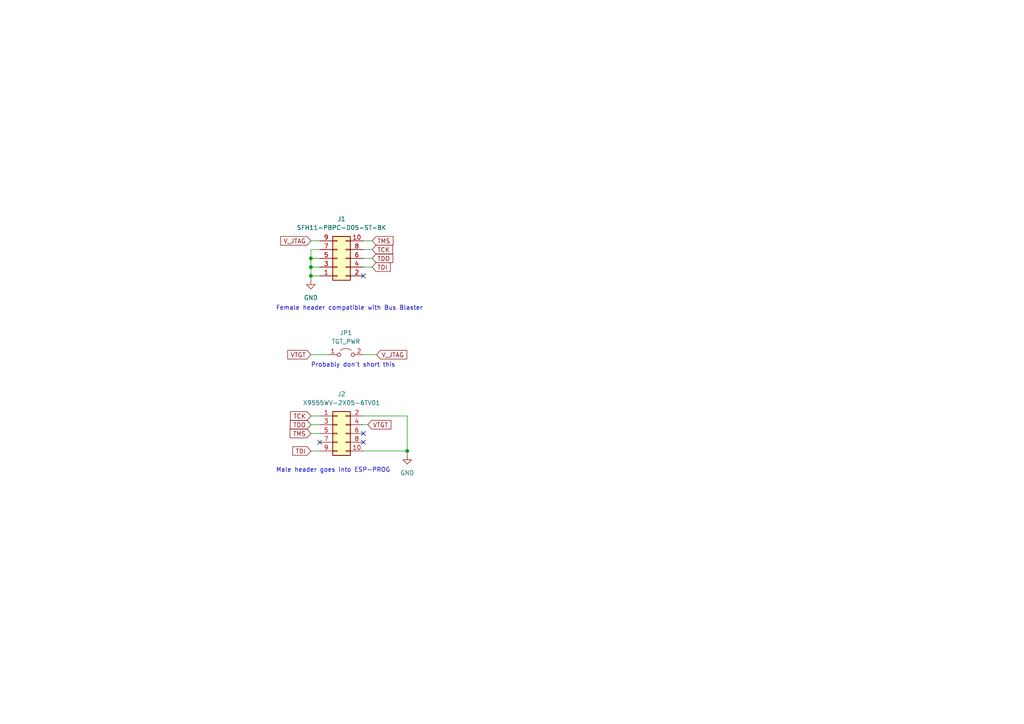
<source format=kicad_sch>
(kicad_sch (version 20230121) (generator eeschema)
  (paper "A4")
  (lib_symbols
    (symbol "Connector_Generic:Conn_02x05_Odd_Even" (pin_names (offset 1.016) hide)
      (property "Reference" "J" (at 1.27 7.62 0))
      (property "Value" "Conn_02x05_Odd_Even" (at 1.27 -7.62 0))
      (symbol "Conn_02x05_Odd_Even_1_1"
        (rectangle (start -1.27 -4.953) (end 0 -5.207) (stroke (width 0.1524)))
        (rectangle (start -1.27 -2.413) (end 0 -2.667) (stroke (width 0.1524)))
        (rectangle (start -1.27 0.127) (end 0 -0.127) (stroke (width 0.1524)))
        (rectangle (start -1.27 2.667) (end 0 2.413) (stroke (width 0.1524)))
        (rectangle (start -1.27 5.207) (end 0 4.953) (stroke (width 0.1524)))
        (rectangle (start -1.27 6.35) (end 3.81 -6.35) (stroke (width 0.254)) (fill (type background)))
        (rectangle (start 3.81 -4.953) (end 2.54 -5.207) (stroke (width 0.1524)))
        (rectangle (start 3.81 -2.413) (end 2.54 -2.667) (stroke (width 0.1524)))
        (rectangle (start 3.81 0.127) (end 2.54 -0.127) (stroke (width 0.1524)))
        (rectangle (start 3.81 2.667) (end 2.54 2.413) (stroke (width 0.1524)))
        (rectangle (start 3.81 5.207) (end 2.54 4.953) (stroke (width 0.1524)))
        (pin passive line (at -5.08 5.08 0) (length 3.81) (name "Pin_1") (number "1"))
        (pin passive line (at 7.62 -5.08 180) (length 3.81) (name "Pin_10") (number "10"))
        (pin passive line (at 7.62 5.08 180) (length 3.81) (name "Pin_2") (number "2"))
        (pin passive line (at -5.08 2.54 0) (length 3.81) (name "Pin_3") (number "3"))
        (pin passive line (at 7.62 2.54 180) (length 3.81) (name "Pin_4") (number "4"))
        (pin passive line (at -5.08 0 0) (length 3.81) (name "Pin_5") (number "5"))
        (pin passive line (at 7.62 0 180) (length 3.81) (name "Pin_6") (number "6"))
        (pin passive line (at -5.08 -2.54 0) (length 3.81) (name "Pin_7") (number "7"))
        (pin passive line (at 7.62 -2.54 180) (length 3.81) (name "Pin_8") (number "8"))
        (pin passive line (at -5.08 -5.08 0) (length 3.81) (name "Pin_9") (number "9"))
      )
    )
    (symbol "Jumper:Jumper_2_Open" (pin_names (offset 0) hide)
      (property "Reference" "JP" (at 0 2.794 0))
      (property "Value" "Jumper_2_Open" (at 0 -2.286 0))
      (symbol "Jumper_2_Open_0_0"
        (circle (center -2.032 0) (radius 0.508))
        (circle (center 2.032 0) (radius 0.508))
      )
      (symbol "Jumper_2_Open_0_1"
        (arc (start 1.524 1.27) (mid 0 1.778) (end -1.524 1.27))
      )
      (symbol "Jumper_2_Open_1_1"
        (pin passive line (at -5.08 0 0) (length 2.54) (name "A") (number "1"))
        (pin passive line (at 5.08 0 180) (length 2.54) (name "B") (number "2"))
      )
    )
    (symbol "power:GND" (power) (pin_names (offset 0))
      (property "Value" "GND" (at 0 -3.81 0))
      (symbol "GND_0_1"
        (polyline (pts (xy 0 0) (xy 0 -1.27) (xy 1.27 -1.27) (xy 0 -2.54) (xy -1.27 -1.27) (xy 0 -1.27)))
      )
      (symbol "GND_1_1"
        (pin power_in line (at 0 0 270) (length 0) hide (name "GND") (number "1"))
      )
    )
  )
  (junction (at 118.11 130.81))
  (junction (at 90.17 77.47))
  (junction (at 90.17 80.01))
  (junction (at 90.17 74.93))
  (no_connect (at 105.41 128.27))
  (no_connect (at 92.71 128.27))
  (no_connect (at 105.41 80.01))
  (no_connect (at 105.41 125.73))
  (wire (pts (xy 90.17 80.01) (xy 90.17 81.28)))
  (wire (pts (xy 90.17 74.93) (xy 90.17 77.47)))
  (wire (pts (xy 118.11 132.08) (xy 118.11 130.81)))
  (wire (pts (xy 90.17 80.01) (xy 92.71 80.01)))
  (wire (pts (xy 90.17 72.39) (xy 90.17 74.93)))
  (wire (pts (xy 90.17 123.19) (xy 92.71 123.19)))
  (wire (pts (xy 105.41 123.19) (xy 106.68 123.19)))
  (wire (pts (xy 105.41 72.39) (xy 107.95 72.39)))
  (wire (pts (xy 118.11 120.65) (xy 118.11 130.81)))
  (wire (pts (xy 90.17 130.81) (xy 92.71 130.81)))
  (wire (pts (xy 105.41 74.93) (xy 107.95 74.93)))
  (wire (pts (xy 105.41 69.85) (xy 107.95 69.85)))
  (wire (pts (xy 90.17 120.65) (xy 92.71 120.65)))
  (wire (pts (xy 90.17 102.87) (xy 95.25 102.87)))
  (wire (pts (xy 90.17 69.85) (xy 92.71 69.85)))
  (wire (pts (xy 90.17 77.47) (xy 90.17 80.01)))
  (wire (pts (xy 105.41 130.81) (xy 118.11 130.81)))
  (wire (pts (xy 105.41 77.47) (xy 107.95 77.47)))
  (wire (pts (xy 90.17 125.73) (xy 92.71 125.73)))
  (wire (pts (xy 92.71 72.39) (xy 90.17 72.39)))
  (wire (pts (xy 105.41 120.65) (xy 118.11 120.65)))
  (wire (pts (xy 90.17 74.93) (xy 92.71 74.93)))
  (wire (pts (xy 109.22 102.87) (xy 105.41 102.87)))
  (wire (pts (xy 90.17 77.47) (xy 92.71 77.47)))
  (text "Male header goes into ESP-PROG" (at 80.01 137.16 0) (effects (font (size 1.27 1.27)) (justify left bottom)))
  (text "Probably don't short this" (at 90.17 106.68 0) (effects (font (size 1.27 1.27)) (justify left bottom)))
  (text "Female header compatible with Bus Blaster" (at 80.01 90.17 0) (effects (font (size 1.27 1.27)) (justify left bottom)))
  (global_label "TDO" (shape input) (at 107.95 74.93 0) (property "Intersheetrefs" "${INTERSHEET_REFS}" (effects hide)))
  (global_label "TMS" (shape input) (at 90.17 125.73 180) (property "Intersheetrefs" "${INTERSHEET_REFS}" (effects hide)))
  (global_label "TCK" (shape input) (at 107.95 72.39 0) (property "Intersheetrefs" "${INTERSHEET_REFS}" (effects hide)))
  (global_label "V_JTAG" (shape input) (at 90.17 69.85 180) (property "Intersheetrefs" "${INTERSHEET_REFS}" (effects hide)))
  (global_label "TMS" (shape input) (at 107.95 69.85 0) (property "Intersheetrefs" "${INTERSHEET_REFS}" (effects hide)))
  (global_label "TDO" (shape input) (at 90.17 123.19 180) (property "Intersheetrefs" "${INTERSHEET_REFS}" (effects hide)))
  (global_label "TCK" (shape input) (at 90.17 120.65 180) (property "Intersheetrefs" "${INTERSHEET_REFS}" (effects hide)))
  (global_label "V_JTAG" (shape input) (at 109.22 102.87 0) (property "Intersheetrefs" "${INTERSHEET_REFS}" (effects hide)))
  (global_label "VTGT" (shape input) (at 106.68 123.19 0) (property "Intersheetrefs" "${INTERSHEET_REFS}" (effects hide)))
  (global_label "TDI" (shape input) (at 90.17 130.81 180) (property "Intersheetrefs" "${INTERSHEET_REFS}" (effects hide)))
  (global_label "VTGT" (shape input) (at 90.17 102.87 180) (property "Intersheetrefs" "${INTERSHEET_REFS}" (effects hide)))
  (global_label "TDI" (shape input) (at 107.95 77.47 0) (property "Intersheetrefs" "${INTERSHEET_REFS}" (effects hide)))
  (symbol (lib_id "Connector_Generic:Conn_02x05_Odd_Even") (at 97.79 74.93 0) (mirror x) (unit 1)
    (property "Reference" "J1" (at 99.06 63.5 0))
    (property "Value" "SFH11-PBPC-D05-ST-BK" (at 99.06 66.04 0))
    (property "Footprint" "Connector_IDC:IDC-Header_2x05_P2.54mm_Vertical" (effects hide))
    (property "LCSC" "C3322462" (effects hide))
    (property "Alt" "C358739" (effects hide))
  )
  (symbol (lib_id "power:GND") (at 90.17 81.28 0) (unit 1)
    (property "Reference" "#PWR01" (effects hide))
    (property "Value" "GND" (at 90.17 86.36 0))
  )
  (symbol (lib_id "Jumper:Jumper_2_Open") (at 100.33 102.87 0) (unit 1) (in_bom no)
    (property "Reference" "JP1" (at 100.33 96.52 0))
    (property "Value" "TGT_PWR" (at 100.33 99.06 0))
    (property "Footprint" "Jumper:SolderJumper-2_P1.3mm_Open_TrianglePad1.0x1.5mm" (effects hide))
  )
  (symbol (lib_id "Connector_Generic:Conn_02x05_Odd_Even") (at 97.79 125.73 0) (unit 1)
    (property "Reference" "J2" (at 99.06 114.3 0))
    (property "Value" "X9555WV-2X05-6TV01" (at 99.06 116.84 0))
    (property "Footprint" "Connector_IDC:IDC-Header_2x05_P2.54mm_Vertical" (effects hide))
    (property "LCSC" "C706914" (effects hide))
    (property "Alt" "C5665" (effects hide))
  )
  (symbol (lib_id "power:GND") (at 118.11 132.08 0) (unit 1)
    (property "Reference" "#PWR02" (effects hide))
    (property "Value" "GND" (at 118.11 137.16 0))
  )
)
</source>
